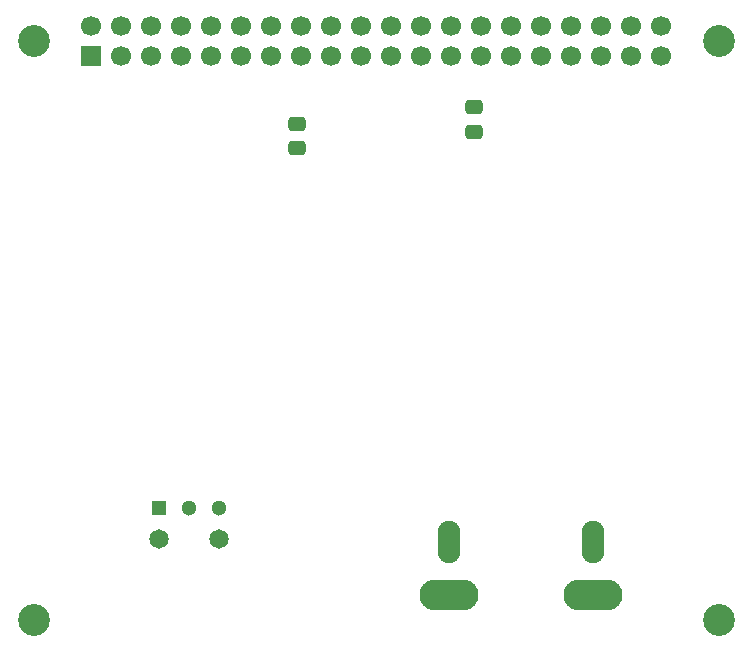
<source format=gbs>
G04 #@! TF.GenerationSoftware,KiCad,Pcbnew,9.0.6*
G04 #@! TF.CreationDate,2026-02-12T12:28:41-08:00*
G04 #@! TF.ProjectId,mutebox_hat_audio_in,6d757465-626f-4785-9f68-61745f617564,rev?*
G04 #@! TF.SameCoordinates,Original*
G04 #@! TF.FileFunction,Soldermask,Bot*
G04 #@! TF.FilePolarity,Negative*
%FSLAX46Y46*%
G04 Gerber Fmt 4.6, Leading zero omitted, Abs format (unit mm)*
G04 Created by KiCad (PCBNEW 9.0.6) date 2026-02-12 12:28:41*
%MOMM*%
%LPD*%
G01*
G04 APERTURE LIST*
G04 Aperture macros list*
%AMRoundRect*
0 Rectangle with rounded corners*
0 $1 Rounding radius*
0 $2 $3 $4 $5 $6 $7 $8 $9 X,Y pos of 4 corners*
0 Add a 4 corners polygon primitive as box body*
4,1,4,$2,$3,$4,$5,$6,$7,$8,$9,$2,$3,0*
0 Add four circle primitives for the rounded corners*
1,1,$1+$1,$2,$3*
1,1,$1+$1,$4,$5*
1,1,$1+$1,$6,$7*
1,1,$1+$1,$8,$9*
0 Add four rect primitives between the rounded corners*
20,1,$1+$1,$2,$3,$4,$5,0*
20,1,$1+$1,$4,$5,$6,$7,0*
20,1,$1+$1,$6,$7,$8,$9,0*
20,1,$1+$1,$8,$9,$2,$3,0*%
G04 Aperture macros list end*
%ADD10C,2.700000*%
%ADD11O,5.004000X2.604000*%
%ADD12O,1.904000X3.604000*%
%ADD13R,1.300000X1.300000*%
%ADD14C,1.300000*%
%ADD15C,1.650000*%
%ADD16R,1.700000X1.700000*%
%ADD17C,1.700000*%
%ADD18RoundRect,0.250000X-0.475000X0.337500X-0.475000X-0.337500X0.475000X-0.337500X0.475000X0.337500X0*%
G04 APERTURE END LIST*
D10*
X161500000Y-47500000D03*
D11*
X150800000Y-94450000D03*
D12*
X150800000Y-89950000D03*
D11*
X138662000Y-94450000D03*
D12*
X138662000Y-89950000D03*
D10*
X103500000Y-96500000D03*
X103500000Y-47500000D03*
X161500000Y-96500000D03*
D13*
X114060000Y-87040000D03*
D14*
X116600000Y-87040000D03*
X119140000Y-87040000D03*
D15*
X114060000Y-89660000D03*
X119140000Y-89660000D03*
D16*
X108370000Y-48770000D03*
D17*
X108370000Y-46230000D03*
X110910000Y-48770000D03*
X110910000Y-46230000D03*
X113450000Y-48770000D03*
X113450000Y-46230000D03*
X115990000Y-48770000D03*
X115990000Y-46230000D03*
X118530000Y-48770000D03*
X118530000Y-46230000D03*
X121070000Y-48770000D03*
X121070000Y-46230000D03*
X123610000Y-48770000D03*
X123610000Y-46230000D03*
X126150000Y-48770000D03*
X126150000Y-46230000D03*
X128690000Y-48770000D03*
X128690000Y-46230000D03*
X131230000Y-48770000D03*
X131230000Y-46230000D03*
X133770000Y-48770000D03*
X133770000Y-46230000D03*
X136310000Y-48770000D03*
X136310000Y-46230000D03*
X138850000Y-48770000D03*
X138850000Y-46230000D03*
X141390000Y-48770000D03*
X141390000Y-46230000D03*
X143930000Y-48770000D03*
X143930000Y-46230000D03*
X146470000Y-48770000D03*
X146470000Y-46230000D03*
X149010000Y-48770000D03*
X149010000Y-46230000D03*
X151550000Y-48770000D03*
X151550000Y-46230000D03*
X154090000Y-48770000D03*
X154090000Y-46230000D03*
X156630000Y-48770000D03*
X156630000Y-46230000D03*
D18*
X125818750Y-54525000D03*
X125818750Y-56600000D03*
X140750000Y-53125000D03*
X140750000Y-55200000D03*
M02*

</source>
